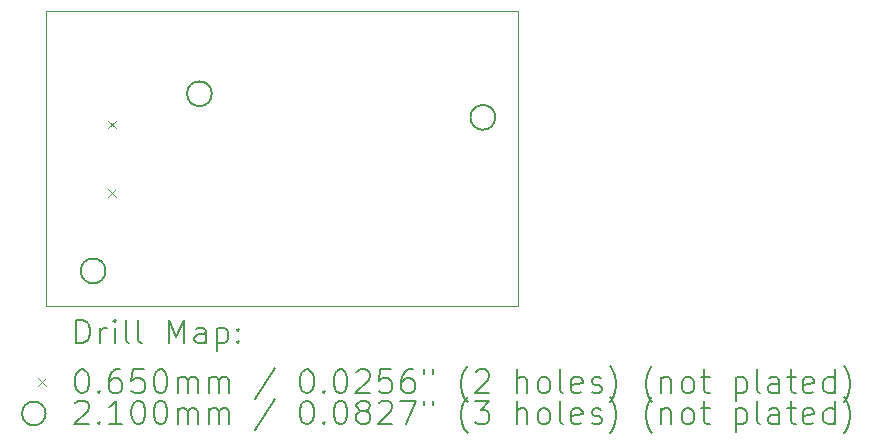
<source format=gbr>
%TF.GenerationSoftware,KiCad,Pcbnew,8.0.3-8.0.3-0~ubuntu22.04.1*%
%TF.CreationDate,2025-02-10T22:14:47+01:00*%
%TF.ProjectId,garland_controller,6761726c-616e-4645-9f63-6f6e74726f6c,0.1*%
%TF.SameCoordinates,Original*%
%TF.FileFunction,Drillmap*%
%TF.FilePolarity,Positive*%
%FSLAX45Y45*%
G04 Gerber Fmt 4.5, Leading zero omitted, Abs format (unit mm)*
G04 Created by KiCad (PCBNEW 8.0.3-8.0.3-0~ubuntu22.04.1) date 2025-02-10 22:14:47*
%MOMM*%
%LPD*%
G01*
G04 APERTURE LIST*
%ADD10C,0.050000*%
%ADD11C,0.200000*%
%ADD12C,0.100000*%
%ADD13C,0.210000*%
G04 APERTURE END LIST*
D10*
X10000000Y-5500000D02*
X14000000Y-5500000D01*
X14000000Y-8000000D01*
X10000000Y-8000000D01*
X10000000Y-5500000D01*
D11*
D12*
X10528000Y-6428500D02*
X10593000Y-6493500D01*
X10593000Y-6428500D02*
X10528000Y-6493500D01*
X10528000Y-7006500D02*
X10593000Y-7071500D01*
X10593000Y-7006500D02*
X10528000Y-7071500D01*
D13*
X10505000Y-7700000D02*
G75*
G02*
X10295000Y-7700000I-105000J0D01*
G01*
X10295000Y-7700000D02*
G75*
G02*
X10505000Y-7700000I105000J0D01*
G01*
X11405000Y-6200000D02*
G75*
G02*
X11195000Y-6200000I-105000J0D01*
G01*
X11195000Y-6200000D02*
G75*
G02*
X11405000Y-6200000I105000J0D01*
G01*
X13805000Y-6400000D02*
G75*
G02*
X13595000Y-6400000I-105000J0D01*
G01*
X13595000Y-6400000D02*
G75*
G02*
X13805000Y-6400000I105000J0D01*
G01*
D11*
X10258277Y-8313984D02*
X10258277Y-8113984D01*
X10258277Y-8113984D02*
X10305896Y-8113984D01*
X10305896Y-8113984D02*
X10334467Y-8123508D01*
X10334467Y-8123508D02*
X10353515Y-8142555D01*
X10353515Y-8142555D02*
X10363039Y-8161603D01*
X10363039Y-8161603D02*
X10372563Y-8199698D01*
X10372563Y-8199698D02*
X10372563Y-8228269D01*
X10372563Y-8228269D02*
X10363039Y-8266365D01*
X10363039Y-8266365D02*
X10353515Y-8285412D01*
X10353515Y-8285412D02*
X10334467Y-8304460D01*
X10334467Y-8304460D02*
X10305896Y-8313984D01*
X10305896Y-8313984D02*
X10258277Y-8313984D01*
X10458277Y-8313984D02*
X10458277Y-8180650D01*
X10458277Y-8218746D02*
X10467801Y-8199698D01*
X10467801Y-8199698D02*
X10477324Y-8190174D01*
X10477324Y-8190174D02*
X10496372Y-8180650D01*
X10496372Y-8180650D02*
X10515420Y-8180650D01*
X10582086Y-8313984D02*
X10582086Y-8180650D01*
X10582086Y-8113984D02*
X10572563Y-8123508D01*
X10572563Y-8123508D02*
X10582086Y-8133031D01*
X10582086Y-8133031D02*
X10591610Y-8123508D01*
X10591610Y-8123508D02*
X10582086Y-8113984D01*
X10582086Y-8113984D02*
X10582086Y-8133031D01*
X10705896Y-8313984D02*
X10686848Y-8304460D01*
X10686848Y-8304460D02*
X10677324Y-8285412D01*
X10677324Y-8285412D02*
X10677324Y-8113984D01*
X10810658Y-8313984D02*
X10791610Y-8304460D01*
X10791610Y-8304460D02*
X10782086Y-8285412D01*
X10782086Y-8285412D02*
X10782086Y-8113984D01*
X11039229Y-8313984D02*
X11039229Y-8113984D01*
X11039229Y-8113984D02*
X11105896Y-8256841D01*
X11105896Y-8256841D02*
X11172563Y-8113984D01*
X11172563Y-8113984D02*
X11172563Y-8313984D01*
X11353515Y-8313984D02*
X11353515Y-8209222D01*
X11353515Y-8209222D02*
X11343991Y-8190174D01*
X11343991Y-8190174D02*
X11324943Y-8180650D01*
X11324943Y-8180650D02*
X11286848Y-8180650D01*
X11286848Y-8180650D02*
X11267801Y-8190174D01*
X11353515Y-8304460D02*
X11334467Y-8313984D01*
X11334467Y-8313984D02*
X11286848Y-8313984D01*
X11286848Y-8313984D02*
X11267801Y-8304460D01*
X11267801Y-8304460D02*
X11258277Y-8285412D01*
X11258277Y-8285412D02*
X11258277Y-8266365D01*
X11258277Y-8266365D02*
X11267801Y-8247317D01*
X11267801Y-8247317D02*
X11286848Y-8237793D01*
X11286848Y-8237793D02*
X11334467Y-8237793D01*
X11334467Y-8237793D02*
X11353515Y-8228269D01*
X11448753Y-8180650D02*
X11448753Y-8380650D01*
X11448753Y-8190174D02*
X11467801Y-8180650D01*
X11467801Y-8180650D02*
X11505896Y-8180650D01*
X11505896Y-8180650D02*
X11524943Y-8190174D01*
X11524943Y-8190174D02*
X11534467Y-8199698D01*
X11534467Y-8199698D02*
X11543991Y-8218746D01*
X11543991Y-8218746D02*
X11543991Y-8275888D01*
X11543991Y-8275888D02*
X11534467Y-8294936D01*
X11534467Y-8294936D02*
X11524943Y-8304460D01*
X11524943Y-8304460D02*
X11505896Y-8313984D01*
X11505896Y-8313984D02*
X11467801Y-8313984D01*
X11467801Y-8313984D02*
X11448753Y-8304460D01*
X11629705Y-8294936D02*
X11639229Y-8304460D01*
X11639229Y-8304460D02*
X11629705Y-8313984D01*
X11629705Y-8313984D02*
X11620182Y-8304460D01*
X11620182Y-8304460D02*
X11629705Y-8294936D01*
X11629705Y-8294936D02*
X11629705Y-8313984D01*
X11629705Y-8190174D02*
X11639229Y-8199698D01*
X11639229Y-8199698D02*
X11629705Y-8209222D01*
X11629705Y-8209222D02*
X11620182Y-8199698D01*
X11620182Y-8199698D02*
X11629705Y-8190174D01*
X11629705Y-8190174D02*
X11629705Y-8209222D01*
D12*
X9932500Y-8610000D02*
X9997500Y-8675000D01*
X9997500Y-8610000D02*
X9932500Y-8675000D01*
D11*
X10296372Y-8533984D02*
X10315420Y-8533984D01*
X10315420Y-8533984D02*
X10334467Y-8543508D01*
X10334467Y-8543508D02*
X10343991Y-8553031D01*
X10343991Y-8553031D02*
X10353515Y-8572079D01*
X10353515Y-8572079D02*
X10363039Y-8610174D01*
X10363039Y-8610174D02*
X10363039Y-8657793D01*
X10363039Y-8657793D02*
X10353515Y-8695889D01*
X10353515Y-8695889D02*
X10343991Y-8714936D01*
X10343991Y-8714936D02*
X10334467Y-8724460D01*
X10334467Y-8724460D02*
X10315420Y-8733984D01*
X10315420Y-8733984D02*
X10296372Y-8733984D01*
X10296372Y-8733984D02*
X10277324Y-8724460D01*
X10277324Y-8724460D02*
X10267801Y-8714936D01*
X10267801Y-8714936D02*
X10258277Y-8695889D01*
X10258277Y-8695889D02*
X10248753Y-8657793D01*
X10248753Y-8657793D02*
X10248753Y-8610174D01*
X10248753Y-8610174D02*
X10258277Y-8572079D01*
X10258277Y-8572079D02*
X10267801Y-8553031D01*
X10267801Y-8553031D02*
X10277324Y-8543508D01*
X10277324Y-8543508D02*
X10296372Y-8533984D01*
X10448753Y-8714936D02*
X10458277Y-8724460D01*
X10458277Y-8724460D02*
X10448753Y-8733984D01*
X10448753Y-8733984D02*
X10439229Y-8724460D01*
X10439229Y-8724460D02*
X10448753Y-8714936D01*
X10448753Y-8714936D02*
X10448753Y-8733984D01*
X10629705Y-8533984D02*
X10591610Y-8533984D01*
X10591610Y-8533984D02*
X10572563Y-8543508D01*
X10572563Y-8543508D02*
X10563039Y-8553031D01*
X10563039Y-8553031D02*
X10543991Y-8581603D01*
X10543991Y-8581603D02*
X10534467Y-8619698D01*
X10534467Y-8619698D02*
X10534467Y-8695889D01*
X10534467Y-8695889D02*
X10543991Y-8714936D01*
X10543991Y-8714936D02*
X10553515Y-8724460D01*
X10553515Y-8724460D02*
X10572563Y-8733984D01*
X10572563Y-8733984D02*
X10610658Y-8733984D01*
X10610658Y-8733984D02*
X10629705Y-8724460D01*
X10629705Y-8724460D02*
X10639229Y-8714936D01*
X10639229Y-8714936D02*
X10648753Y-8695889D01*
X10648753Y-8695889D02*
X10648753Y-8648270D01*
X10648753Y-8648270D02*
X10639229Y-8629222D01*
X10639229Y-8629222D02*
X10629705Y-8619698D01*
X10629705Y-8619698D02*
X10610658Y-8610174D01*
X10610658Y-8610174D02*
X10572563Y-8610174D01*
X10572563Y-8610174D02*
X10553515Y-8619698D01*
X10553515Y-8619698D02*
X10543991Y-8629222D01*
X10543991Y-8629222D02*
X10534467Y-8648270D01*
X10829705Y-8533984D02*
X10734467Y-8533984D01*
X10734467Y-8533984D02*
X10724944Y-8629222D01*
X10724944Y-8629222D02*
X10734467Y-8619698D01*
X10734467Y-8619698D02*
X10753515Y-8610174D01*
X10753515Y-8610174D02*
X10801134Y-8610174D01*
X10801134Y-8610174D02*
X10820182Y-8619698D01*
X10820182Y-8619698D02*
X10829705Y-8629222D01*
X10829705Y-8629222D02*
X10839229Y-8648270D01*
X10839229Y-8648270D02*
X10839229Y-8695889D01*
X10839229Y-8695889D02*
X10829705Y-8714936D01*
X10829705Y-8714936D02*
X10820182Y-8724460D01*
X10820182Y-8724460D02*
X10801134Y-8733984D01*
X10801134Y-8733984D02*
X10753515Y-8733984D01*
X10753515Y-8733984D02*
X10734467Y-8724460D01*
X10734467Y-8724460D02*
X10724944Y-8714936D01*
X10963039Y-8533984D02*
X10982086Y-8533984D01*
X10982086Y-8533984D02*
X11001134Y-8543508D01*
X11001134Y-8543508D02*
X11010658Y-8553031D01*
X11010658Y-8553031D02*
X11020182Y-8572079D01*
X11020182Y-8572079D02*
X11029705Y-8610174D01*
X11029705Y-8610174D02*
X11029705Y-8657793D01*
X11029705Y-8657793D02*
X11020182Y-8695889D01*
X11020182Y-8695889D02*
X11010658Y-8714936D01*
X11010658Y-8714936D02*
X11001134Y-8724460D01*
X11001134Y-8724460D02*
X10982086Y-8733984D01*
X10982086Y-8733984D02*
X10963039Y-8733984D01*
X10963039Y-8733984D02*
X10943991Y-8724460D01*
X10943991Y-8724460D02*
X10934467Y-8714936D01*
X10934467Y-8714936D02*
X10924944Y-8695889D01*
X10924944Y-8695889D02*
X10915420Y-8657793D01*
X10915420Y-8657793D02*
X10915420Y-8610174D01*
X10915420Y-8610174D02*
X10924944Y-8572079D01*
X10924944Y-8572079D02*
X10934467Y-8553031D01*
X10934467Y-8553031D02*
X10943991Y-8543508D01*
X10943991Y-8543508D02*
X10963039Y-8533984D01*
X11115420Y-8733984D02*
X11115420Y-8600650D01*
X11115420Y-8619698D02*
X11124944Y-8610174D01*
X11124944Y-8610174D02*
X11143991Y-8600650D01*
X11143991Y-8600650D02*
X11172563Y-8600650D01*
X11172563Y-8600650D02*
X11191610Y-8610174D01*
X11191610Y-8610174D02*
X11201134Y-8629222D01*
X11201134Y-8629222D02*
X11201134Y-8733984D01*
X11201134Y-8629222D02*
X11210658Y-8610174D01*
X11210658Y-8610174D02*
X11229705Y-8600650D01*
X11229705Y-8600650D02*
X11258277Y-8600650D01*
X11258277Y-8600650D02*
X11277324Y-8610174D01*
X11277324Y-8610174D02*
X11286848Y-8629222D01*
X11286848Y-8629222D02*
X11286848Y-8733984D01*
X11382086Y-8733984D02*
X11382086Y-8600650D01*
X11382086Y-8619698D02*
X11391610Y-8610174D01*
X11391610Y-8610174D02*
X11410658Y-8600650D01*
X11410658Y-8600650D02*
X11439229Y-8600650D01*
X11439229Y-8600650D02*
X11458277Y-8610174D01*
X11458277Y-8610174D02*
X11467801Y-8629222D01*
X11467801Y-8629222D02*
X11467801Y-8733984D01*
X11467801Y-8629222D02*
X11477324Y-8610174D01*
X11477324Y-8610174D02*
X11496372Y-8600650D01*
X11496372Y-8600650D02*
X11524943Y-8600650D01*
X11524943Y-8600650D02*
X11543991Y-8610174D01*
X11543991Y-8610174D02*
X11553515Y-8629222D01*
X11553515Y-8629222D02*
X11553515Y-8733984D01*
X11943991Y-8524460D02*
X11772563Y-8781603D01*
X12201134Y-8533984D02*
X12220182Y-8533984D01*
X12220182Y-8533984D02*
X12239229Y-8543508D01*
X12239229Y-8543508D02*
X12248753Y-8553031D01*
X12248753Y-8553031D02*
X12258277Y-8572079D01*
X12258277Y-8572079D02*
X12267801Y-8610174D01*
X12267801Y-8610174D02*
X12267801Y-8657793D01*
X12267801Y-8657793D02*
X12258277Y-8695889D01*
X12258277Y-8695889D02*
X12248753Y-8714936D01*
X12248753Y-8714936D02*
X12239229Y-8724460D01*
X12239229Y-8724460D02*
X12220182Y-8733984D01*
X12220182Y-8733984D02*
X12201134Y-8733984D01*
X12201134Y-8733984D02*
X12182086Y-8724460D01*
X12182086Y-8724460D02*
X12172563Y-8714936D01*
X12172563Y-8714936D02*
X12163039Y-8695889D01*
X12163039Y-8695889D02*
X12153515Y-8657793D01*
X12153515Y-8657793D02*
X12153515Y-8610174D01*
X12153515Y-8610174D02*
X12163039Y-8572079D01*
X12163039Y-8572079D02*
X12172563Y-8553031D01*
X12172563Y-8553031D02*
X12182086Y-8543508D01*
X12182086Y-8543508D02*
X12201134Y-8533984D01*
X12353515Y-8714936D02*
X12363039Y-8724460D01*
X12363039Y-8724460D02*
X12353515Y-8733984D01*
X12353515Y-8733984D02*
X12343991Y-8724460D01*
X12343991Y-8724460D02*
X12353515Y-8714936D01*
X12353515Y-8714936D02*
X12353515Y-8733984D01*
X12486848Y-8533984D02*
X12505896Y-8533984D01*
X12505896Y-8533984D02*
X12524944Y-8543508D01*
X12524944Y-8543508D02*
X12534467Y-8553031D01*
X12534467Y-8553031D02*
X12543991Y-8572079D01*
X12543991Y-8572079D02*
X12553515Y-8610174D01*
X12553515Y-8610174D02*
X12553515Y-8657793D01*
X12553515Y-8657793D02*
X12543991Y-8695889D01*
X12543991Y-8695889D02*
X12534467Y-8714936D01*
X12534467Y-8714936D02*
X12524944Y-8724460D01*
X12524944Y-8724460D02*
X12505896Y-8733984D01*
X12505896Y-8733984D02*
X12486848Y-8733984D01*
X12486848Y-8733984D02*
X12467801Y-8724460D01*
X12467801Y-8724460D02*
X12458277Y-8714936D01*
X12458277Y-8714936D02*
X12448753Y-8695889D01*
X12448753Y-8695889D02*
X12439229Y-8657793D01*
X12439229Y-8657793D02*
X12439229Y-8610174D01*
X12439229Y-8610174D02*
X12448753Y-8572079D01*
X12448753Y-8572079D02*
X12458277Y-8553031D01*
X12458277Y-8553031D02*
X12467801Y-8543508D01*
X12467801Y-8543508D02*
X12486848Y-8533984D01*
X12629706Y-8553031D02*
X12639229Y-8543508D01*
X12639229Y-8543508D02*
X12658277Y-8533984D01*
X12658277Y-8533984D02*
X12705896Y-8533984D01*
X12705896Y-8533984D02*
X12724944Y-8543508D01*
X12724944Y-8543508D02*
X12734467Y-8553031D01*
X12734467Y-8553031D02*
X12743991Y-8572079D01*
X12743991Y-8572079D02*
X12743991Y-8591127D01*
X12743991Y-8591127D02*
X12734467Y-8619698D01*
X12734467Y-8619698D02*
X12620182Y-8733984D01*
X12620182Y-8733984D02*
X12743991Y-8733984D01*
X12924944Y-8533984D02*
X12829706Y-8533984D01*
X12829706Y-8533984D02*
X12820182Y-8629222D01*
X12820182Y-8629222D02*
X12829706Y-8619698D01*
X12829706Y-8619698D02*
X12848753Y-8610174D01*
X12848753Y-8610174D02*
X12896372Y-8610174D01*
X12896372Y-8610174D02*
X12915420Y-8619698D01*
X12915420Y-8619698D02*
X12924944Y-8629222D01*
X12924944Y-8629222D02*
X12934467Y-8648270D01*
X12934467Y-8648270D02*
X12934467Y-8695889D01*
X12934467Y-8695889D02*
X12924944Y-8714936D01*
X12924944Y-8714936D02*
X12915420Y-8724460D01*
X12915420Y-8724460D02*
X12896372Y-8733984D01*
X12896372Y-8733984D02*
X12848753Y-8733984D01*
X12848753Y-8733984D02*
X12829706Y-8724460D01*
X12829706Y-8724460D02*
X12820182Y-8714936D01*
X13105896Y-8533984D02*
X13067801Y-8533984D01*
X13067801Y-8533984D02*
X13048753Y-8543508D01*
X13048753Y-8543508D02*
X13039229Y-8553031D01*
X13039229Y-8553031D02*
X13020182Y-8581603D01*
X13020182Y-8581603D02*
X13010658Y-8619698D01*
X13010658Y-8619698D02*
X13010658Y-8695889D01*
X13010658Y-8695889D02*
X13020182Y-8714936D01*
X13020182Y-8714936D02*
X13029706Y-8724460D01*
X13029706Y-8724460D02*
X13048753Y-8733984D01*
X13048753Y-8733984D02*
X13086848Y-8733984D01*
X13086848Y-8733984D02*
X13105896Y-8724460D01*
X13105896Y-8724460D02*
X13115420Y-8714936D01*
X13115420Y-8714936D02*
X13124944Y-8695889D01*
X13124944Y-8695889D02*
X13124944Y-8648270D01*
X13124944Y-8648270D02*
X13115420Y-8629222D01*
X13115420Y-8629222D02*
X13105896Y-8619698D01*
X13105896Y-8619698D02*
X13086848Y-8610174D01*
X13086848Y-8610174D02*
X13048753Y-8610174D01*
X13048753Y-8610174D02*
X13029706Y-8619698D01*
X13029706Y-8619698D02*
X13020182Y-8629222D01*
X13020182Y-8629222D02*
X13010658Y-8648270D01*
X13201134Y-8533984D02*
X13201134Y-8572079D01*
X13277325Y-8533984D02*
X13277325Y-8572079D01*
X13572563Y-8810174D02*
X13563039Y-8800650D01*
X13563039Y-8800650D02*
X13543991Y-8772079D01*
X13543991Y-8772079D02*
X13534468Y-8753031D01*
X13534468Y-8753031D02*
X13524944Y-8724460D01*
X13524944Y-8724460D02*
X13515420Y-8676841D01*
X13515420Y-8676841D02*
X13515420Y-8638746D01*
X13515420Y-8638746D02*
X13524944Y-8591127D01*
X13524944Y-8591127D02*
X13534468Y-8562555D01*
X13534468Y-8562555D02*
X13543991Y-8543508D01*
X13543991Y-8543508D02*
X13563039Y-8514936D01*
X13563039Y-8514936D02*
X13572563Y-8505412D01*
X13639229Y-8553031D02*
X13648753Y-8543508D01*
X13648753Y-8543508D02*
X13667801Y-8533984D01*
X13667801Y-8533984D02*
X13715420Y-8533984D01*
X13715420Y-8533984D02*
X13734468Y-8543508D01*
X13734468Y-8543508D02*
X13743991Y-8553031D01*
X13743991Y-8553031D02*
X13753515Y-8572079D01*
X13753515Y-8572079D02*
X13753515Y-8591127D01*
X13753515Y-8591127D02*
X13743991Y-8619698D01*
X13743991Y-8619698D02*
X13629706Y-8733984D01*
X13629706Y-8733984D02*
X13753515Y-8733984D01*
X13991610Y-8733984D02*
X13991610Y-8533984D01*
X14077325Y-8733984D02*
X14077325Y-8629222D01*
X14077325Y-8629222D02*
X14067801Y-8610174D01*
X14067801Y-8610174D02*
X14048753Y-8600650D01*
X14048753Y-8600650D02*
X14020182Y-8600650D01*
X14020182Y-8600650D02*
X14001134Y-8610174D01*
X14001134Y-8610174D02*
X13991610Y-8619698D01*
X14201134Y-8733984D02*
X14182087Y-8724460D01*
X14182087Y-8724460D02*
X14172563Y-8714936D01*
X14172563Y-8714936D02*
X14163039Y-8695889D01*
X14163039Y-8695889D02*
X14163039Y-8638746D01*
X14163039Y-8638746D02*
X14172563Y-8619698D01*
X14172563Y-8619698D02*
X14182087Y-8610174D01*
X14182087Y-8610174D02*
X14201134Y-8600650D01*
X14201134Y-8600650D02*
X14229706Y-8600650D01*
X14229706Y-8600650D02*
X14248753Y-8610174D01*
X14248753Y-8610174D02*
X14258277Y-8619698D01*
X14258277Y-8619698D02*
X14267801Y-8638746D01*
X14267801Y-8638746D02*
X14267801Y-8695889D01*
X14267801Y-8695889D02*
X14258277Y-8714936D01*
X14258277Y-8714936D02*
X14248753Y-8724460D01*
X14248753Y-8724460D02*
X14229706Y-8733984D01*
X14229706Y-8733984D02*
X14201134Y-8733984D01*
X14382087Y-8733984D02*
X14363039Y-8724460D01*
X14363039Y-8724460D02*
X14353515Y-8705412D01*
X14353515Y-8705412D02*
X14353515Y-8533984D01*
X14534468Y-8724460D02*
X14515420Y-8733984D01*
X14515420Y-8733984D02*
X14477325Y-8733984D01*
X14477325Y-8733984D02*
X14458277Y-8724460D01*
X14458277Y-8724460D02*
X14448753Y-8705412D01*
X14448753Y-8705412D02*
X14448753Y-8629222D01*
X14448753Y-8629222D02*
X14458277Y-8610174D01*
X14458277Y-8610174D02*
X14477325Y-8600650D01*
X14477325Y-8600650D02*
X14515420Y-8600650D01*
X14515420Y-8600650D02*
X14534468Y-8610174D01*
X14534468Y-8610174D02*
X14543991Y-8629222D01*
X14543991Y-8629222D02*
X14543991Y-8648270D01*
X14543991Y-8648270D02*
X14448753Y-8667317D01*
X14620182Y-8724460D02*
X14639230Y-8733984D01*
X14639230Y-8733984D02*
X14677325Y-8733984D01*
X14677325Y-8733984D02*
X14696372Y-8724460D01*
X14696372Y-8724460D02*
X14705896Y-8705412D01*
X14705896Y-8705412D02*
X14705896Y-8695889D01*
X14705896Y-8695889D02*
X14696372Y-8676841D01*
X14696372Y-8676841D02*
X14677325Y-8667317D01*
X14677325Y-8667317D02*
X14648753Y-8667317D01*
X14648753Y-8667317D02*
X14629706Y-8657793D01*
X14629706Y-8657793D02*
X14620182Y-8638746D01*
X14620182Y-8638746D02*
X14620182Y-8629222D01*
X14620182Y-8629222D02*
X14629706Y-8610174D01*
X14629706Y-8610174D02*
X14648753Y-8600650D01*
X14648753Y-8600650D02*
X14677325Y-8600650D01*
X14677325Y-8600650D02*
X14696372Y-8610174D01*
X14772563Y-8810174D02*
X14782087Y-8800650D01*
X14782087Y-8800650D02*
X14801134Y-8772079D01*
X14801134Y-8772079D02*
X14810658Y-8753031D01*
X14810658Y-8753031D02*
X14820182Y-8724460D01*
X14820182Y-8724460D02*
X14829706Y-8676841D01*
X14829706Y-8676841D02*
X14829706Y-8638746D01*
X14829706Y-8638746D02*
X14820182Y-8591127D01*
X14820182Y-8591127D02*
X14810658Y-8562555D01*
X14810658Y-8562555D02*
X14801134Y-8543508D01*
X14801134Y-8543508D02*
X14782087Y-8514936D01*
X14782087Y-8514936D02*
X14772563Y-8505412D01*
X15134468Y-8810174D02*
X15124944Y-8800650D01*
X15124944Y-8800650D02*
X15105896Y-8772079D01*
X15105896Y-8772079D02*
X15096372Y-8753031D01*
X15096372Y-8753031D02*
X15086849Y-8724460D01*
X15086849Y-8724460D02*
X15077325Y-8676841D01*
X15077325Y-8676841D02*
X15077325Y-8638746D01*
X15077325Y-8638746D02*
X15086849Y-8591127D01*
X15086849Y-8591127D02*
X15096372Y-8562555D01*
X15096372Y-8562555D02*
X15105896Y-8543508D01*
X15105896Y-8543508D02*
X15124944Y-8514936D01*
X15124944Y-8514936D02*
X15134468Y-8505412D01*
X15210658Y-8600650D02*
X15210658Y-8733984D01*
X15210658Y-8619698D02*
X15220182Y-8610174D01*
X15220182Y-8610174D02*
X15239230Y-8600650D01*
X15239230Y-8600650D02*
X15267801Y-8600650D01*
X15267801Y-8600650D02*
X15286849Y-8610174D01*
X15286849Y-8610174D02*
X15296372Y-8629222D01*
X15296372Y-8629222D02*
X15296372Y-8733984D01*
X15420182Y-8733984D02*
X15401134Y-8724460D01*
X15401134Y-8724460D02*
X15391611Y-8714936D01*
X15391611Y-8714936D02*
X15382087Y-8695889D01*
X15382087Y-8695889D02*
X15382087Y-8638746D01*
X15382087Y-8638746D02*
X15391611Y-8619698D01*
X15391611Y-8619698D02*
X15401134Y-8610174D01*
X15401134Y-8610174D02*
X15420182Y-8600650D01*
X15420182Y-8600650D02*
X15448753Y-8600650D01*
X15448753Y-8600650D02*
X15467801Y-8610174D01*
X15467801Y-8610174D02*
X15477325Y-8619698D01*
X15477325Y-8619698D02*
X15486849Y-8638746D01*
X15486849Y-8638746D02*
X15486849Y-8695889D01*
X15486849Y-8695889D02*
X15477325Y-8714936D01*
X15477325Y-8714936D02*
X15467801Y-8724460D01*
X15467801Y-8724460D02*
X15448753Y-8733984D01*
X15448753Y-8733984D02*
X15420182Y-8733984D01*
X15543992Y-8600650D02*
X15620182Y-8600650D01*
X15572563Y-8533984D02*
X15572563Y-8705412D01*
X15572563Y-8705412D02*
X15582087Y-8724460D01*
X15582087Y-8724460D02*
X15601134Y-8733984D01*
X15601134Y-8733984D02*
X15620182Y-8733984D01*
X15839230Y-8600650D02*
X15839230Y-8800650D01*
X15839230Y-8610174D02*
X15858277Y-8600650D01*
X15858277Y-8600650D02*
X15896373Y-8600650D01*
X15896373Y-8600650D02*
X15915420Y-8610174D01*
X15915420Y-8610174D02*
X15924944Y-8619698D01*
X15924944Y-8619698D02*
X15934468Y-8638746D01*
X15934468Y-8638746D02*
X15934468Y-8695889D01*
X15934468Y-8695889D02*
X15924944Y-8714936D01*
X15924944Y-8714936D02*
X15915420Y-8724460D01*
X15915420Y-8724460D02*
X15896373Y-8733984D01*
X15896373Y-8733984D02*
X15858277Y-8733984D01*
X15858277Y-8733984D02*
X15839230Y-8724460D01*
X16048753Y-8733984D02*
X16029706Y-8724460D01*
X16029706Y-8724460D02*
X16020182Y-8705412D01*
X16020182Y-8705412D02*
X16020182Y-8533984D01*
X16210658Y-8733984D02*
X16210658Y-8629222D01*
X16210658Y-8629222D02*
X16201134Y-8610174D01*
X16201134Y-8610174D02*
X16182087Y-8600650D01*
X16182087Y-8600650D02*
X16143992Y-8600650D01*
X16143992Y-8600650D02*
X16124944Y-8610174D01*
X16210658Y-8724460D02*
X16191611Y-8733984D01*
X16191611Y-8733984D02*
X16143992Y-8733984D01*
X16143992Y-8733984D02*
X16124944Y-8724460D01*
X16124944Y-8724460D02*
X16115420Y-8705412D01*
X16115420Y-8705412D02*
X16115420Y-8686365D01*
X16115420Y-8686365D02*
X16124944Y-8667317D01*
X16124944Y-8667317D02*
X16143992Y-8657793D01*
X16143992Y-8657793D02*
X16191611Y-8657793D01*
X16191611Y-8657793D02*
X16210658Y-8648270D01*
X16277325Y-8600650D02*
X16353515Y-8600650D01*
X16305896Y-8533984D02*
X16305896Y-8705412D01*
X16305896Y-8705412D02*
X16315420Y-8724460D01*
X16315420Y-8724460D02*
X16334468Y-8733984D01*
X16334468Y-8733984D02*
X16353515Y-8733984D01*
X16496373Y-8724460D02*
X16477325Y-8733984D01*
X16477325Y-8733984D02*
X16439230Y-8733984D01*
X16439230Y-8733984D02*
X16420182Y-8724460D01*
X16420182Y-8724460D02*
X16410658Y-8705412D01*
X16410658Y-8705412D02*
X16410658Y-8629222D01*
X16410658Y-8629222D02*
X16420182Y-8610174D01*
X16420182Y-8610174D02*
X16439230Y-8600650D01*
X16439230Y-8600650D02*
X16477325Y-8600650D01*
X16477325Y-8600650D02*
X16496373Y-8610174D01*
X16496373Y-8610174D02*
X16505896Y-8629222D01*
X16505896Y-8629222D02*
X16505896Y-8648270D01*
X16505896Y-8648270D02*
X16410658Y-8667317D01*
X16677325Y-8733984D02*
X16677325Y-8533984D01*
X16677325Y-8724460D02*
X16658277Y-8733984D01*
X16658277Y-8733984D02*
X16620182Y-8733984D01*
X16620182Y-8733984D02*
X16601134Y-8724460D01*
X16601134Y-8724460D02*
X16591611Y-8714936D01*
X16591611Y-8714936D02*
X16582087Y-8695889D01*
X16582087Y-8695889D02*
X16582087Y-8638746D01*
X16582087Y-8638746D02*
X16591611Y-8619698D01*
X16591611Y-8619698D02*
X16601134Y-8610174D01*
X16601134Y-8610174D02*
X16620182Y-8600650D01*
X16620182Y-8600650D02*
X16658277Y-8600650D01*
X16658277Y-8600650D02*
X16677325Y-8610174D01*
X16753515Y-8810174D02*
X16763039Y-8800650D01*
X16763039Y-8800650D02*
X16782087Y-8772079D01*
X16782087Y-8772079D02*
X16791611Y-8753031D01*
X16791611Y-8753031D02*
X16801135Y-8724460D01*
X16801135Y-8724460D02*
X16810658Y-8676841D01*
X16810658Y-8676841D02*
X16810658Y-8638746D01*
X16810658Y-8638746D02*
X16801135Y-8591127D01*
X16801135Y-8591127D02*
X16791611Y-8562555D01*
X16791611Y-8562555D02*
X16782087Y-8543508D01*
X16782087Y-8543508D02*
X16763039Y-8514936D01*
X16763039Y-8514936D02*
X16753515Y-8505412D01*
X9997500Y-8906500D02*
G75*
G02*
X9797500Y-8906500I-100000J0D01*
G01*
X9797500Y-8906500D02*
G75*
G02*
X9997500Y-8906500I100000J0D01*
G01*
X10248753Y-8817031D02*
X10258277Y-8807508D01*
X10258277Y-8807508D02*
X10277324Y-8797984D01*
X10277324Y-8797984D02*
X10324944Y-8797984D01*
X10324944Y-8797984D02*
X10343991Y-8807508D01*
X10343991Y-8807508D02*
X10353515Y-8817031D01*
X10353515Y-8817031D02*
X10363039Y-8836079D01*
X10363039Y-8836079D02*
X10363039Y-8855127D01*
X10363039Y-8855127D02*
X10353515Y-8883698D01*
X10353515Y-8883698D02*
X10239229Y-8997984D01*
X10239229Y-8997984D02*
X10363039Y-8997984D01*
X10448753Y-8978936D02*
X10458277Y-8988460D01*
X10458277Y-8988460D02*
X10448753Y-8997984D01*
X10448753Y-8997984D02*
X10439229Y-8988460D01*
X10439229Y-8988460D02*
X10448753Y-8978936D01*
X10448753Y-8978936D02*
X10448753Y-8997984D01*
X10648753Y-8997984D02*
X10534467Y-8997984D01*
X10591610Y-8997984D02*
X10591610Y-8797984D01*
X10591610Y-8797984D02*
X10572563Y-8826555D01*
X10572563Y-8826555D02*
X10553515Y-8845603D01*
X10553515Y-8845603D02*
X10534467Y-8855127D01*
X10772563Y-8797984D02*
X10791610Y-8797984D01*
X10791610Y-8797984D02*
X10810658Y-8807508D01*
X10810658Y-8807508D02*
X10820182Y-8817031D01*
X10820182Y-8817031D02*
X10829705Y-8836079D01*
X10829705Y-8836079D02*
X10839229Y-8874174D01*
X10839229Y-8874174D02*
X10839229Y-8921793D01*
X10839229Y-8921793D02*
X10829705Y-8959889D01*
X10829705Y-8959889D02*
X10820182Y-8978936D01*
X10820182Y-8978936D02*
X10810658Y-8988460D01*
X10810658Y-8988460D02*
X10791610Y-8997984D01*
X10791610Y-8997984D02*
X10772563Y-8997984D01*
X10772563Y-8997984D02*
X10753515Y-8988460D01*
X10753515Y-8988460D02*
X10743991Y-8978936D01*
X10743991Y-8978936D02*
X10734467Y-8959889D01*
X10734467Y-8959889D02*
X10724944Y-8921793D01*
X10724944Y-8921793D02*
X10724944Y-8874174D01*
X10724944Y-8874174D02*
X10734467Y-8836079D01*
X10734467Y-8836079D02*
X10743991Y-8817031D01*
X10743991Y-8817031D02*
X10753515Y-8807508D01*
X10753515Y-8807508D02*
X10772563Y-8797984D01*
X10963039Y-8797984D02*
X10982086Y-8797984D01*
X10982086Y-8797984D02*
X11001134Y-8807508D01*
X11001134Y-8807508D02*
X11010658Y-8817031D01*
X11010658Y-8817031D02*
X11020182Y-8836079D01*
X11020182Y-8836079D02*
X11029705Y-8874174D01*
X11029705Y-8874174D02*
X11029705Y-8921793D01*
X11029705Y-8921793D02*
X11020182Y-8959889D01*
X11020182Y-8959889D02*
X11010658Y-8978936D01*
X11010658Y-8978936D02*
X11001134Y-8988460D01*
X11001134Y-8988460D02*
X10982086Y-8997984D01*
X10982086Y-8997984D02*
X10963039Y-8997984D01*
X10963039Y-8997984D02*
X10943991Y-8988460D01*
X10943991Y-8988460D02*
X10934467Y-8978936D01*
X10934467Y-8978936D02*
X10924944Y-8959889D01*
X10924944Y-8959889D02*
X10915420Y-8921793D01*
X10915420Y-8921793D02*
X10915420Y-8874174D01*
X10915420Y-8874174D02*
X10924944Y-8836079D01*
X10924944Y-8836079D02*
X10934467Y-8817031D01*
X10934467Y-8817031D02*
X10943991Y-8807508D01*
X10943991Y-8807508D02*
X10963039Y-8797984D01*
X11115420Y-8997984D02*
X11115420Y-8864650D01*
X11115420Y-8883698D02*
X11124944Y-8874174D01*
X11124944Y-8874174D02*
X11143991Y-8864650D01*
X11143991Y-8864650D02*
X11172563Y-8864650D01*
X11172563Y-8864650D02*
X11191610Y-8874174D01*
X11191610Y-8874174D02*
X11201134Y-8893222D01*
X11201134Y-8893222D02*
X11201134Y-8997984D01*
X11201134Y-8893222D02*
X11210658Y-8874174D01*
X11210658Y-8874174D02*
X11229705Y-8864650D01*
X11229705Y-8864650D02*
X11258277Y-8864650D01*
X11258277Y-8864650D02*
X11277324Y-8874174D01*
X11277324Y-8874174D02*
X11286848Y-8893222D01*
X11286848Y-8893222D02*
X11286848Y-8997984D01*
X11382086Y-8997984D02*
X11382086Y-8864650D01*
X11382086Y-8883698D02*
X11391610Y-8874174D01*
X11391610Y-8874174D02*
X11410658Y-8864650D01*
X11410658Y-8864650D02*
X11439229Y-8864650D01*
X11439229Y-8864650D02*
X11458277Y-8874174D01*
X11458277Y-8874174D02*
X11467801Y-8893222D01*
X11467801Y-8893222D02*
X11467801Y-8997984D01*
X11467801Y-8893222D02*
X11477324Y-8874174D01*
X11477324Y-8874174D02*
X11496372Y-8864650D01*
X11496372Y-8864650D02*
X11524943Y-8864650D01*
X11524943Y-8864650D02*
X11543991Y-8874174D01*
X11543991Y-8874174D02*
X11553515Y-8893222D01*
X11553515Y-8893222D02*
X11553515Y-8997984D01*
X11943991Y-8788460D02*
X11772563Y-9045603D01*
X12201134Y-8797984D02*
X12220182Y-8797984D01*
X12220182Y-8797984D02*
X12239229Y-8807508D01*
X12239229Y-8807508D02*
X12248753Y-8817031D01*
X12248753Y-8817031D02*
X12258277Y-8836079D01*
X12258277Y-8836079D02*
X12267801Y-8874174D01*
X12267801Y-8874174D02*
X12267801Y-8921793D01*
X12267801Y-8921793D02*
X12258277Y-8959889D01*
X12258277Y-8959889D02*
X12248753Y-8978936D01*
X12248753Y-8978936D02*
X12239229Y-8988460D01*
X12239229Y-8988460D02*
X12220182Y-8997984D01*
X12220182Y-8997984D02*
X12201134Y-8997984D01*
X12201134Y-8997984D02*
X12182086Y-8988460D01*
X12182086Y-8988460D02*
X12172563Y-8978936D01*
X12172563Y-8978936D02*
X12163039Y-8959889D01*
X12163039Y-8959889D02*
X12153515Y-8921793D01*
X12153515Y-8921793D02*
X12153515Y-8874174D01*
X12153515Y-8874174D02*
X12163039Y-8836079D01*
X12163039Y-8836079D02*
X12172563Y-8817031D01*
X12172563Y-8817031D02*
X12182086Y-8807508D01*
X12182086Y-8807508D02*
X12201134Y-8797984D01*
X12353515Y-8978936D02*
X12363039Y-8988460D01*
X12363039Y-8988460D02*
X12353515Y-8997984D01*
X12353515Y-8997984D02*
X12343991Y-8988460D01*
X12343991Y-8988460D02*
X12353515Y-8978936D01*
X12353515Y-8978936D02*
X12353515Y-8997984D01*
X12486848Y-8797984D02*
X12505896Y-8797984D01*
X12505896Y-8797984D02*
X12524944Y-8807508D01*
X12524944Y-8807508D02*
X12534467Y-8817031D01*
X12534467Y-8817031D02*
X12543991Y-8836079D01*
X12543991Y-8836079D02*
X12553515Y-8874174D01*
X12553515Y-8874174D02*
X12553515Y-8921793D01*
X12553515Y-8921793D02*
X12543991Y-8959889D01*
X12543991Y-8959889D02*
X12534467Y-8978936D01*
X12534467Y-8978936D02*
X12524944Y-8988460D01*
X12524944Y-8988460D02*
X12505896Y-8997984D01*
X12505896Y-8997984D02*
X12486848Y-8997984D01*
X12486848Y-8997984D02*
X12467801Y-8988460D01*
X12467801Y-8988460D02*
X12458277Y-8978936D01*
X12458277Y-8978936D02*
X12448753Y-8959889D01*
X12448753Y-8959889D02*
X12439229Y-8921793D01*
X12439229Y-8921793D02*
X12439229Y-8874174D01*
X12439229Y-8874174D02*
X12448753Y-8836079D01*
X12448753Y-8836079D02*
X12458277Y-8817031D01*
X12458277Y-8817031D02*
X12467801Y-8807508D01*
X12467801Y-8807508D02*
X12486848Y-8797984D01*
X12667801Y-8883698D02*
X12648753Y-8874174D01*
X12648753Y-8874174D02*
X12639229Y-8864650D01*
X12639229Y-8864650D02*
X12629706Y-8845603D01*
X12629706Y-8845603D02*
X12629706Y-8836079D01*
X12629706Y-8836079D02*
X12639229Y-8817031D01*
X12639229Y-8817031D02*
X12648753Y-8807508D01*
X12648753Y-8807508D02*
X12667801Y-8797984D01*
X12667801Y-8797984D02*
X12705896Y-8797984D01*
X12705896Y-8797984D02*
X12724944Y-8807508D01*
X12724944Y-8807508D02*
X12734467Y-8817031D01*
X12734467Y-8817031D02*
X12743991Y-8836079D01*
X12743991Y-8836079D02*
X12743991Y-8845603D01*
X12743991Y-8845603D02*
X12734467Y-8864650D01*
X12734467Y-8864650D02*
X12724944Y-8874174D01*
X12724944Y-8874174D02*
X12705896Y-8883698D01*
X12705896Y-8883698D02*
X12667801Y-8883698D01*
X12667801Y-8883698D02*
X12648753Y-8893222D01*
X12648753Y-8893222D02*
X12639229Y-8902746D01*
X12639229Y-8902746D02*
X12629706Y-8921793D01*
X12629706Y-8921793D02*
X12629706Y-8959889D01*
X12629706Y-8959889D02*
X12639229Y-8978936D01*
X12639229Y-8978936D02*
X12648753Y-8988460D01*
X12648753Y-8988460D02*
X12667801Y-8997984D01*
X12667801Y-8997984D02*
X12705896Y-8997984D01*
X12705896Y-8997984D02*
X12724944Y-8988460D01*
X12724944Y-8988460D02*
X12734467Y-8978936D01*
X12734467Y-8978936D02*
X12743991Y-8959889D01*
X12743991Y-8959889D02*
X12743991Y-8921793D01*
X12743991Y-8921793D02*
X12734467Y-8902746D01*
X12734467Y-8902746D02*
X12724944Y-8893222D01*
X12724944Y-8893222D02*
X12705896Y-8883698D01*
X12820182Y-8817031D02*
X12829706Y-8807508D01*
X12829706Y-8807508D02*
X12848753Y-8797984D01*
X12848753Y-8797984D02*
X12896372Y-8797984D01*
X12896372Y-8797984D02*
X12915420Y-8807508D01*
X12915420Y-8807508D02*
X12924944Y-8817031D01*
X12924944Y-8817031D02*
X12934467Y-8836079D01*
X12934467Y-8836079D02*
X12934467Y-8855127D01*
X12934467Y-8855127D02*
X12924944Y-8883698D01*
X12924944Y-8883698D02*
X12810658Y-8997984D01*
X12810658Y-8997984D02*
X12934467Y-8997984D01*
X13001134Y-8797984D02*
X13134467Y-8797984D01*
X13134467Y-8797984D02*
X13048753Y-8997984D01*
X13201134Y-8797984D02*
X13201134Y-8836079D01*
X13277325Y-8797984D02*
X13277325Y-8836079D01*
X13572563Y-9074174D02*
X13563039Y-9064650D01*
X13563039Y-9064650D02*
X13543991Y-9036079D01*
X13543991Y-9036079D02*
X13534468Y-9017031D01*
X13534468Y-9017031D02*
X13524944Y-8988460D01*
X13524944Y-8988460D02*
X13515420Y-8940841D01*
X13515420Y-8940841D02*
X13515420Y-8902746D01*
X13515420Y-8902746D02*
X13524944Y-8855127D01*
X13524944Y-8855127D02*
X13534468Y-8826555D01*
X13534468Y-8826555D02*
X13543991Y-8807508D01*
X13543991Y-8807508D02*
X13563039Y-8778936D01*
X13563039Y-8778936D02*
X13572563Y-8769412D01*
X13629706Y-8797984D02*
X13753515Y-8797984D01*
X13753515Y-8797984D02*
X13686848Y-8874174D01*
X13686848Y-8874174D02*
X13715420Y-8874174D01*
X13715420Y-8874174D02*
X13734468Y-8883698D01*
X13734468Y-8883698D02*
X13743991Y-8893222D01*
X13743991Y-8893222D02*
X13753515Y-8912270D01*
X13753515Y-8912270D02*
X13753515Y-8959889D01*
X13753515Y-8959889D02*
X13743991Y-8978936D01*
X13743991Y-8978936D02*
X13734468Y-8988460D01*
X13734468Y-8988460D02*
X13715420Y-8997984D01*
X13715420Y-8997984D02*
X13658277Y-8997984D01*
X13658277Y-8997984D02*
X13639229Y-8988460D01*
X13639229Y-8988460D02*
X13629706Y-8978936D01*
X13991610Y-8997984D02*
X13991610Y-8797984D01*
X14077325Y-8997984D02*
X14077325Y-8893222D01*
X14077325Y-8893222D02*
X14067801Y-8874174D01*
X14067801Y-8874174D02*
X14048753Y-8864650D01*
X14048753Y-8864650D02*
X14020182Y-8864650D01*
X14020182Y-8864650D02*
X14001134Y-8874174D01*
X14001134Y-8874174D02*
X13991610Y-8883698D01*
X14201134Y-8997984D02*
X14182087Y-8988460D01*
X14182087Y-8988460D02*
X14172563Y-8978936D01*
X14172563Y-8978936D02*
X14163039Y-8959889D01*
X14163039Y-8959889D02*
X14163039Y-8902746D01*
X14163039Y-8902746D02*
X14172563Y-8883698D01*
X14172563Y-8883698D02*
X14182087Y-8874174D01*
X14182087Y-8874174D02*
X14201134Y-8864650D01*
X14201134Y-8864650D02*
X14229706Y-8864650D01*
X14229706Y-8864650D02*
X14248753Y-8874174D01*
X14248753Y-8874174D02*
X14258277Y-8883698D01*
X14258277Y-8883698D02*
X14267801Y-8902746D01*
X14267801Y-8902746D02*
X14267801Y-8959889D01*
X14267801Y-8959889D02*
X14258277Y-8978936D01*
X14258277Y-8978936D02*
X14248753Y-8988460D01*
X14248753Y-8988460D02*
X14229706Y-8997984D01*
X14229706Y-8997984D02*
X14201134Y-8997984D01*
X14382087Y-8997984D02*
X14363039Y-8988460D01*
X14363039Y-8988460D02*
X14353515Y-8969412D01*
X14353515Y-8969412D02*
X14353515Y-8797984D01*
X14534468Y-8988460D02*
X14515420Y-8997984D01*
X14515420Y-8997984D02*
X14477325Y-8997984D01*
X14477325Y-8997984D02*
X14458277Y-8988460D01*
X14458277Y-8988460D02*
X14448753Y-8969412D01*
X14448753Y-8969412D02*
X14448753Y-8893222D01*
X14448753Y-8893222D02*
X14458277Y-8874174D01*
X14458277Y-8874174D02*
X14477325Y-8864650D01*
X14477325Y-8864650D02*
X14515420Y-8864650D01*
X14515420Y-8864650D02*
X14534468Y-8874174D01*
X14534468Y-8874174D02*
X14543991Y-8893222D01*
X14543991Y-8893222D02*
X14543991Y-8912270D01*
X14543991Y-8912270D02*
X14448753Y-8931317D01*
X14620182Y-8988460D02*
X14639230Y-8997984D01*
X14639230Y-8997984D02*
X14677325Y-8997984D01*
X14677325Y-8997984D02*
X14696372Y-8988460D01*
X14696372Y-8988460D02*
X14705896Y-8969412D01*
X14705896Y-8969412D02*
X14705896Y-8959889D01*
X14705896Y-8959889D02*
X14696372Y-8940841D01*
X14696372Y-8940841D02*
X14677325Y-8931317D01*
X14677325Y-8931317D02*
X14648753Y-8931317D01*
X14648753Y-8931317D02*
X14629706Y-8921793D01*
X14629706Y-8921793D02*
X14620182Y-8902746D01*
X14620182Y-8902746D02*
X14620182Y-8893222D01*
X14620182Y-8893222D02*
X14629706Y-8874174D01*
X14629706Y-8874174D02*
X14648753Y-8864650D01*
X14648753Y-8864650D02*
X14677325Y-8864650D01*
X14677325Y-8864650D02*
X14696372Y-8874174D01*
X14772563Y-9074174D02*
X14782087Y-9064650D01*
X14782087Y-9064650D02*
X14801134Y-9036079D01*
X14801134Y-9036079D02*
X14810658Y-9017031D01*
X14810658Y-9017031D02*
X14820182Y-8988460D01*
X14820182Y-8988460D02*
X14829706Y-8940841D01*
X14829706Y-8940841D02*
X14829706Y-8902746D01*
X14829706Y-8902746D02*
X14820182Y-8855127D01*
X14820182Y-8855127D02*
X14810658Y-8826555D01*
X14810658Y-8826555D02*
X14801134Y-8807508D01*
X14801134Y-8807508D02*
X14782087Y-8778936D01*
X14782087Y-8778936D02*
X14772563Y-8769412D01*
X15134468Y-9074174D02*
X15124944Y-9064650D01*
X15124944Y-9064650D02*
X15105896Y-9036079D01*
X15105896Y-9036079D02*
X15096372Y-9017031D01*
X15096372Y-9017031D02*
X15086849Y-8988460D01*
X15086849Y-8988460D02*
X15077325Y-8940841D01*
X15077325Y-8940841D02*
X15077325Y-8902746D01*
X15077325Y-8902746D02*
X15086849Y-8855127D01*
X15086849Y-8855127D02*
X15096372Y-8826555D01*
X15096372Y-8826555D02*
X15105896Y-8807508D01*
X15105896Y-8807508D02*
X15124944Y-8778936D01*
X15124944Y-8778936D02*
X15134468Y-8769412D01*
X15210658Y-8864650D02*
X15210658Y-8997984D01*
X15210658Y-8883698D02*
X15220182Y-8874174D01*
X15220182Y-8874174D02*
X15239230Y-8864650D01*
X15239230Y-8864650D02*
X15267801Y-8864650D01*
X15267801Y-8864650D02*
X15286849Y-8874174D01*
X15286849Y-8874174D02*
X15296372Y-8893222D01*
X15296372Y-8893222D02*
X15296372Y-8997984D01*
X15420182Y-8997984D02*
X15401134Y-8988460D01*
X15401134Y-8988460D02*
X15391611Y-8978936D01*
X15391611Y-8978936D02*
X15382087Y-8959889D01*
X15382087Y-8959889D02*
X15382087Y-8902746D01*
X15382087Y-8902746D02*
X15391611Y-8883698D01*
X15391611Y-8883698D02*
X15401134Y-8874174D01*
X15401134Y-8874174D02*
X15420182Y-8864650D01*
X15420182Y-8864650D02*
X15448753Y-8864650D01*
X15448753Y-8864650D02*
X15467801Y-8874174D01*
X15467801Y-8874174D02*
X15477325Y-8883698D01*
X15477325Y-8883698D02*
X15486849Y-8902746D01*
X15486849Y-8902746D02*
X15486849Y-8959889D01*
X15486849Y-8959889D02*
X15477325Y-8978936D01*
X15477325Y-8978936D02*
X15467801Y-8988460D01*
X15467801Y-8988460D02*
X15448753Y-8997984D01*
X15448753Y-8997984D02*
X15420182Y-8997984D01*
X15543992Y-8864650D02*
X15620182Y-8864650D01*
X15572563Y-8797984D02*
X15572563Y-8969412D01*
X15572563Y-8969412D02*
X15582087Y-8988460D01*
X15582087Y-8988460D02*
X15601134Y-8997984D01*
X15601134Y-8997984D02*
X15620182Y-8997984D01*
X15839230Y-8864650D02*
X15839230Y-9064650D01*
X15839230Y-8874174D02*
X15858277Y-8864650D01*
X15858277Y-8864650D02*
X15896373Y-8864650D01*
X15896373Y-8864650D02*
X15915420Y-8874174D01*
X15915420Y-8874174D02*
X15924944Y-8883698D01*
X15924944Y-8883698D02*
X15934468Y-8902746D01*
X15934468Y-8902746D02*
X15934468Y-8959889D01*
X15934468Y-8959889D02*
X15924944Y-8978936D01*
X15924944Y-8978936D02*
X15915420Y-8988460D01*
X15915420Y-8988460D02*
X15896373Y-8997984D01*
X15896373Y-8997984D02*
X15858277Y-8997984D01*
X15858277Y-8997984D02*
X15839230Y-8988460D01*
X16048753Y-8997984D02*
X16029706Y-8988460D01*
X16029706Y-8988460D02*
X16020182Y-8969412D01*
X16020182Y-8969412D02*
X16020182Y-8797984D01*
X16210658Y-8997984D02*
X16210658Y-8893222D01*
X16210658Y-8893222D02*
X16201134Y-8874174D01*
X16201134Y-8874174D02*
X16182087Y-8864650D01*
X16182087Y-8864650D02*
X16143992Y-8864650D01*
X16143992Y-8864650D02*
X16124944Y-8874174D01*
X16210658Y-8988460D02*
X16191611Y-8997984D01*
X16191611Y-8997984D02*
X16143992Y-8997984D01*
X16143992Y-8997984D02*
X16124944Y-8988460D01*
X16124944Y-8988460D02*
X16115420Y-8969412D01*
X16115420Y-8969412D02*
X16115420Y-8950365D01*
X16115420Y-8950365D02*
X16124944Y-8931317D01*
X16124944Y-8931317D02*
X16143992Y-8921793D01*
X16143992Y-8921793D02*
X16191611Y-8921793D01*
X16191611Y-8921793D02*
X16210658Y-8912270D01*
X16277325Y-8864650D02*
X16353515Y-8864650D01*
X16305896Y-8797984D02*
X16305896Y-8969412D01*
X16305896Y-8969412D02*
X16315420Y-8988460D01*
X16315420Y-8988460D02*
X16334468Y-8997984D01*
X16334468Y-8997984D02*
X16353515Y-8997984D01*
X16496373Y-8988460D02*
X16477325Y-8997984D01*
X16477325Y-8997984D02*
X16439230Y-8997984D01*
X16439230Y-8997984D02*
X16420182Y-8988460D01*
X16420182Y-8988460D02*
X16410658Y-8969412D01*
X16410658Y-8969412D02*
X16410658Y-8893222D01*
X16410658Y-8893222D02*
X16420182Y-8874174D01*
X16420182Y-8874174D02*
X16439230Y-8864650D01*
X16439230Y-8864650D02*
X16477325Y-8864650D01*
X16477325Y-8864650D02*
X16496373Y-8874174D01*
X16496373Y-8874174D02*
X16505896Y-8893222D01*
X16505896Y-8893222D02*
X16505896Y-8912270D01*
X16505896Y-8912270D02*
X16410658Y-8931317D01*
X16677325Y-8997984D02*
X16677325Y-8797984D01*
X16677325Y-8988460D02*
X16658277Y-8997984D01*
X16658277Y-8997984D02*
X16620182Y-8997984D01*
X16620182Y-8997984D02*
X16601134Y-8988460D01*
X16601134Y-8988460D02*
X16591611Y-8978936D01*
X16591611Y-8978936D02*
X16582087Y-8959889D01*
X16582087Y-8959889D02*
X16582087Y-8902746D01*
X16582087Y-8902746D02*
X16591611Y-8883698D01*
X16591611Y-8883698D02*
X16601134Y-8874174D01*
X16601134Y-8874174D02*
X16620182Y-8864650D01*
X16620182Y-8864650D02*
X16658277Y-8864650D01*
X16658277Y-8864650D02*
X16677325Y-8874174D01*
X16753515Y-9074174D02*
X16763039Y-9064650D01*
X16763039Y-9064650D02*
X16782087Y-9036079D01*
X16782087Y-9036079D02*
X16791611Y-9017031D01*
X16791611Y-9017031D02*
X16801135Y-8988460D01*
X16801135Y-8988460D02*
X16810658Y-8940841D01*
X16810658Y-8940841D02*
X16810658Y-8902746D01*
X16810658Y-8902746D02*
X16801135Y-8855127D01*
X16801135Y-8855127D02*
X16791611Y-8826555D01*
X16791611Y-8826555D02*
X16782087Y-8807508D01*
X16782087Y-8807508D02*
X16763039Y-8778936D01*
X16763039Y-8778936D02*
X16753515Y-8769412D01*
M02*

</source>
